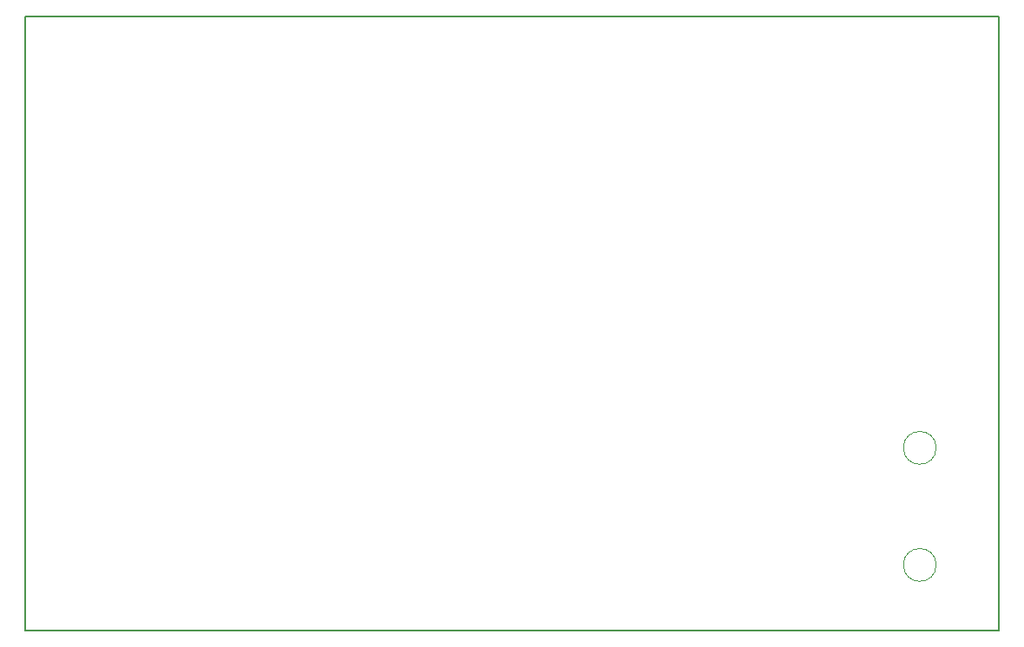
<source format=gm1>
G04*
G04 #@! TF.GenerationSoftware,Altium Limited,Altium Designer,22.10.1 (41)*
G04*
G04 Layer_Color=16711935*
%FSLAX25Y25*%
%MOIN*%
G70*
G04*
G04 #@! TF.SameCoordinates,228258D3-266C-4D4F-9196-BF2F79CCE343*
G04*
G04*
G04 #@! TF.FilePolarity,Positive*
G04*
G01*
G75*
%ADD17C,0.00591*%
%ADD151C,0.00020*%
D17*
X0Y0D02*
X374016D01*
Y-236221D02*
Y0D01*
X0Y-236221D02*
X374016D01*
X0D02*
Y0D01*
D151*
X349941Y-165887D02*
G03*
X349941Y-165887I-6299J0D01*
G01*
Y-210887D02*
G03*
X349941Y-210887I-6299J0D01*
G01*
M02*

</source>
